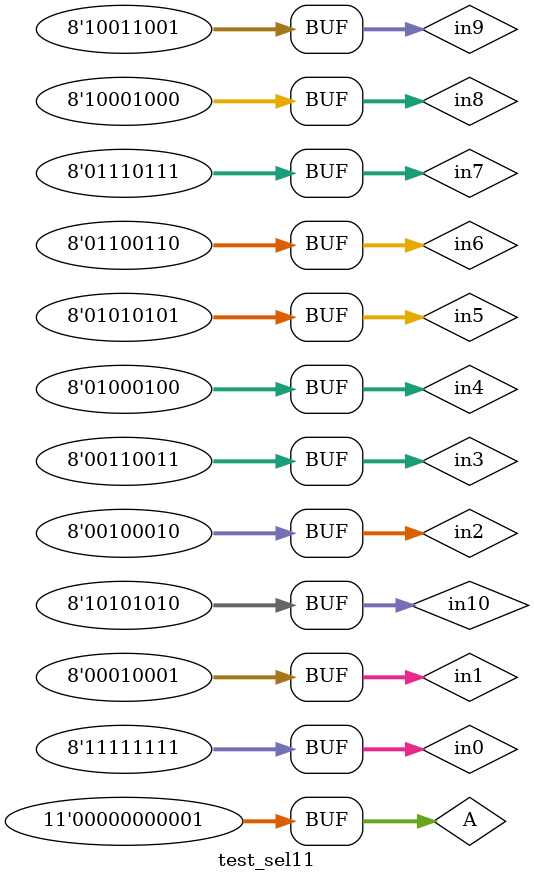
<source format=v>
`timescale 1ns / 1ps


module test_sel11();
reg [7:0] in0, in1, in2, in3, in4, in5, in6, in7, in8, in9, in10;
reg [10:0] A;
wire [10:0] sel;
wire [7:0] out;
get_first_1 tst_s_get_first (.A({5'h00,A}), .sel(sel));
select_layer tst_s_selector (.sel(sel), .out(out), .in0(in0), .in1(in1), .in2(in2), .in3(in3), .in4(in4), .in5(in5), .in6(in6), .in7(in7), .in8(in8), .in9(in9), .in10(in10));
initial begin
in0 = 8'hFF;
in1 = 8'h11;
in2 = 8'h22;
in3 = 8'h33;
in4 = 8'h44;
in5 = 8'h55;
in6 = 8'h66;
in7 = 8'h77;
in8 = 8'h88;
in9 = 8'h99;
in10 = 8'hAA;
A = 10'h010;
#100;
A = 10'h203;
#100;
A = 10'h013;
#100;
A = 10'h052;
#100;
A = 10'h000;
#100;
A = 10'hFF0;
#100;
A = 10'h001;
end
endmodule

</source>
